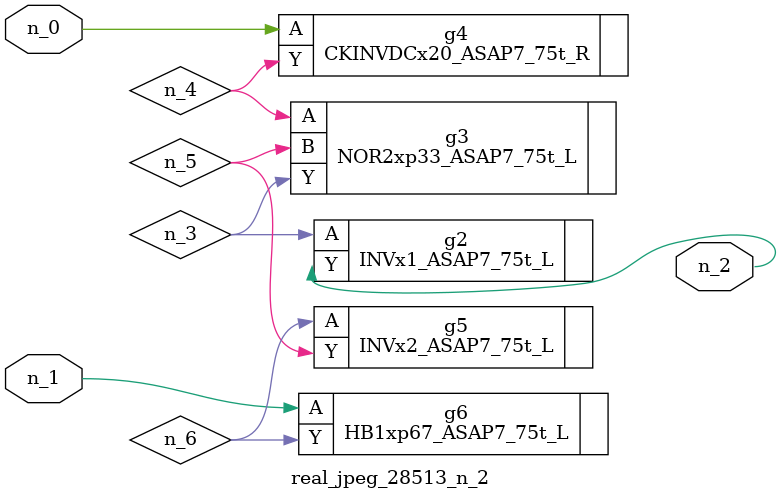
<source format=v>
module real_jpeg_28513_n_2 (n_1, n_0, n_2);

input n_1;
input n_0;

output n_2;

wire n_5;
wire n_4;
wire n_6;
wire n_3;

CKINVDCx20_ASAP7_75t_R g4 ( 
.A(n_0),
.Y(n_4)
);

HB1xp67_ASAP7_75t_L g6 ( 
.A(n_1),
.Y(n_6)
);

INVx1_ASAP7_75t_L g2 ( 
.A(n_3),
.Y(n_2)
);

NOR2xp33_ASAP7_75t_L g3 ( 
.A(n_4),
.B(n_5),
.Y(n_3)
);

INVx2_ASAP7_75t_L g5 ( 
.A(n_6),
.Y(n_5)
);


endmodule
</source>
